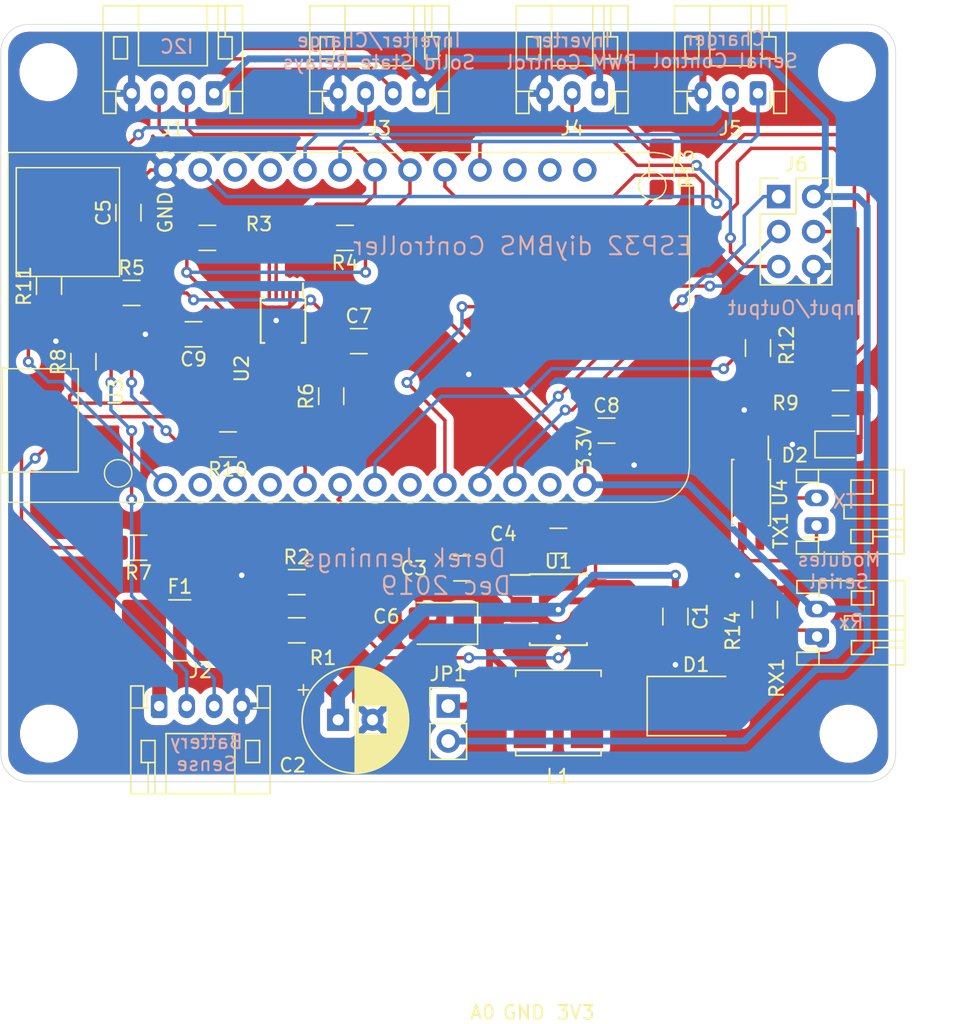
<source format=kicad_pcb>
(kicad_pcb (version 20171130) (host pcbnew 5.1.4)
  (layers (0 F.Cu signal) (31 B.Cu signal) (34 B.Paste user hide) (35 F.Paste user hide) (36 B.SilkS user) (37 F.SilkS user) (38 B.Mask user hide) (39 F.Mask user hide) (44 Edge.Cuts user))
  (net 0 "")
  (net 1 GND)
  (net 2 +3V3)
  (net 3 SDA)
  (net 4 SCL)
  (net 5 "Net-(J2-Pad2)")
  (net 6 "Net-(J3-Pad2)")
  (net 7 SHUNT+)
  (net 8 SHUNT-)
  (net 9 +BATT)
  (net 10 "Net-(F1-Pad1)")
  (net 11 "Net-(J2-Pad3)")
  (net 12 "Net-(J3-Pad3)")
  (net 13 TX1)
  (net 14 RX1)
  (net 15 VBUS)
  (net 16 CHARGER)
  (net 17 INVERTER)
  (net 18 InverterPWM)
  (net 19 "Net-(C3-Pad1)")
  (net 20 "Net-(C4-Pad1)")
  (net 21 "Net-(C4-Pad2)")
  (net 22 "Net-(C6-Pad1)")
  (net 23 "Net-(J4-Pad2)")
  (net 24 "Net-(R1-Pad1)")
  (net 25 "Net-(D2-Pad2)")
  (net 26 "Net-(R9-Pad2)")
  (net 27 "Net-(R12-Pad2)")
  (net 28 "Net-(R12-Pad1)")
  (net 29 "Net-(R14-Pad2)")
  (net 30 "Net-(TX1-Pad1)")
  (net 31 "Net-(TX1-Pad2)")
  (net 32 GPIO19)
  (net 33 GPIO23)
  (net 34 GPIO35)
  (net 35 GPIO34)
  (module Mounting_Holes:MountingHole_3.2mm_M3 (layer F.Cu) (at 134.08 128.51 270)
    (fp_text reference REF** hide)
    (fp_text value MountingHole_3.2mm_M3)
    (pad 1 np_thru_hole circle (at 0 0 270) (size 3.2 3.2) (drill 3.2) (layers *.Cu *.Mask))
  )
  (module Mounting_Holes:MountingHole_3.2mm_M3 (layer F.Cu) (at 133.96 80.5 270)
    (fp_text reference REF** hide)
    (fp_text value MountingHole_3.2mm_M3)
    (pad 1 np_thru_hole circle (at 0 0 270) (size 3.2 3.2) (drill 3.2) (layers *.Cu *.Mask))
  )
  (module Mounting_Holes:MountingHole_3.2mm_M3 (layer F.Cu) (at 75.96 80.46 270)
    (fp_text reference REF** hide)
    (fp_text value MountingHole_3.2mm_M3)
    (pad 1 np_thru_hole circle (at 0 0 270) (size 3.2 3.2) (drill 3.2) (layers *.Cu *.Mask))
  )
  (module Mounting_Holes:MountingHole_3.2mm_M3 (layer F.Cu) (at 76 128.5 270)
    (fp_text reference REF** hide)
    (fp_text value MountingHole_3.2mm_M3)
    (pad 1 np_thru_hole circle (at 0 0 270) (size 3.2 3.2) (drill 3.2) (layers *.Cu *.Mask))
  )
  (module Connector_JST:JST_PH_S4B-PH-K_1x04_P2.00mm_Horizontal (layer F.Cu) (at 84 126.5)
    (fp_text reference J2 (at 3 -2.55) (layer F.SilkS))
    (fp_text value "Battery Sense")
    (pad 1 thru_hole roundrect (at 0 0) (size 1.2 1.75) (drill 0.75) (layers *.Cu *.Mask) (roundrect_rratio 0.208333) (net 10 "Net-(F1-Pad1)"))
    (pad 2 thru_hole oval (at 2 0) (size 1.2 1.75) (drill 0.75) (layers *.Cu *.Mask) (net 5 "Net-(J2-Pad2)"))
    (pad 3 thru_hole oval (at 4 0) (size 1.2 1.75) (drill 0.75) (layers *.Cu *.Mask) (net 11 "Net-(J2-Pad3)"))
    (pad 4 thru_hole oval (at 6 0) (size 1.2 1.75) (drill 0.75) (layers *.Cu *.Mask) (net 1 GND))
  )
  (module Module:Lolin32_Lite (layer F.Cu) (at 96.5 99 270)
    (fp_text reference U3 (at 4.71 15.64 90) (layer F.SilkS))
    (fp_text value Wemos_LoLin32_Lite hide)
    (fp_text user 3.3V (at 8.78 -18.38 90) (layer F.SilkS))
    (fp_text user GND (at -8.35 12.05 90) (layer F.SilkS))
    (pad 26 thru_hole circle (at 11.43 -18.42 270) (size 1.7 1.7) (drill 1) (layers *.Cu *.Mask) (net 2 +3V3))
    (pad 25 thru_hole circle (at 11.43 -15.88 270) (size 1.7 1.7) (drill 1) (layers *.Cu *.Mask))
    (pad 24 thru_hole circle (at 11.43 -13.34 270) (size 1.7 1.7) (drill 1) (layers *.Cu *.Mask) (net 32 GPIO19))
    (pad 23 thru_hole circle (at 11.43 -10.8 270) (size 1.7 1.7) (drill 1) (layers *.Cu *.Mask) (net 33 GPIO23))
    (pad 22 thru_hole circle (at 11.43 -8.26 270) (size 1.7 1.7) (drill 1) (layers *.Cu *.Mask) (net 18 InverterPWM))
    (pad 21 thru_hole circle (at 11.43 -5.72 270) (size 1.7 1.7) (drill 1) (layers *.Cu *.Mask))
    (pad 20 thru_hole circle (at 11.43 -3.18 270) (size 1.7 1.7) (drill 1) (layers *.Cu *.Mask) (net 27 "Net-(R12-Pad2)"))
    (pad 19 thru_hole circle (at 11.43 -0.64 270) (size 1.7 1.7) (drill 1) (layers *.Cu *.Mask) (net 29 "Net-(R14-Pad2)"))
    (pad 18 thru_hole circle (at 11.43 1.9 270) (size 1.7 1.7) (drill 1) (layers *.Cu *.Mask) (net 16 CHARGER))
    (pad 17 thru_hole circle (at 11.43 4.44 270) (size 1.7 1.7) (drill 1) (layers *.Cu *.Mask))
    (pad 16 thru_hole circle (at 11.43 6.98 270) (size 1.7 1.7) (drill 1) (layers *.Cu *.Mask))
    (pad 15 thru_hole circle (at 11.43 9.52 270) (size 1.7 1.7) (drill 1) (layers *.Cu *.Mask))
    (pad 14 thru_hole circle (at 11.43 12.06 270) (size 1.7 1.7) (drill 1) (layers *.Cu *.Mask) (net 17 INVERTER))
    (pad 1 thru_hole circle (at -11.43 -18.42 270) (size 1.7 1.7) (drill 1) (layers *.Cu *.Mask))
    (pad 2 thru_hole circle (at -11.43 -15.88 270) (size 1.7 1.7) (drill 1) (layers *.Cu *.Mask))
    (pad 3 thru_hole circle (at -11.43 -13.34 270) (size 1.7 1.7) (drill 1) (layers *.Cu *.Mask))
    (pad 4 thru_hole circle (at -11.43 -10.8 270) (size 1.7 1.7) (drill 1) (layers *.Cu *.Mask) (net 35 GPIO34))
    (pad 5 thru_hole circle (at -11.43 -8.26 270) (size 1.7 1.7) (drill 1) (layers *.Cu *.Mask) (net 34 GPIO35))
    (pad 6 thru_hole circle (at -11.43 -5.72 270) (size 1.7 1.7) (drill 1) (layers *.Cu *.Mask) (net 3 SDA))
    (pad 7 thru_hole circle (at -11.43 -3.18 270) (size 1.7 1.7) (drill 1) (layers *.Cu *.Mask) (net 4 SCL))
    (pad 8 thru_hole circle (at -11.43 -0.64 270) (size 1.7 1.7) (drill 1) (layers *.Cu *.Mask) (net 13 TX1))
    (pad 9 thru_hole circle (at -11.43 1.9 270) (size 1.7 1.7) (drill 1) (layers *.Cu *.Mask) (net 14 RX1))
    (pad 10 thru_hole circle (at -11.43 4.44 270) (size 1.7 1.7) (drill 1) (layers *.Cu *.Mask))
    (pad 11 thru_hole circle (at -11.43 6.98 270) (size 1.7 1.7) (drill 1) (layers *.Cu *.Mask))
    (pad 12 thru_hole circle (at -11.43 9.52 270) (size 1.7 1.7) (drill 1) (layers *.Cu *.Mask) (net 26 "Net-(R9-Pad2)"))
    (pad 13 thru_hole circle (at -11.43 12.06 270) (size 1.7 1.7) (drill 1) (layers *.Cu *.Mask) (net 1 GND))
  )
  (module Mounting_Holes:MountingHole_3.2mm_M3 (layer F.Cu) (at 76 128.5 270)
    (fp_text reference REF** hide)
    (fp_text value MountingHole_3.2mm_M3)
    (pad 1 np_thru_hole circle (at 0 0 270) (size 3.2 3.2) (drill 3.2) (layers *.Cu *.Mask))
  )
  (module Capacitor_SMD:C_1206_3216Metric_Pad1.42x1.75mm_HandSolder (layer F.Cu) (at 81.77 90.67 90)
    (fp_text reference C5 (at 0 -1.82 90) (layer F.SilkS))
    (fp_text value 100nF)
    (pad 1 smd roundrect (at -1.4875 0 90) (size 1.425 1.75) (layers F.Cu F.Paste F.Mask) (roundrect_rratio 0.175439) (net 2 +3V3))
    (pad 2 smd roundrect (at 1.4875 0 90) (size 1.425 1.75) (layers F.Cu F.Paste F.Mask) (roundrect_rratio 0.175439) (net 1 GND))
  )
  (module Capacitor_SMD:C_1206_3216Metric_Pad1.42x1.75mm_HandSolder (layer F.Cu) (at 98.5 100)
    (fp_text reference C7 (at 0 -1.82) (layer F.SilkS))
    (fp_text value 100nF)
    (pad 2 smd roundrect (at 1.4875 0) (size 1.425 1.75) (layers F.Cu F.Paste F.Mask) (roundrect_rratio 0.175439) (net 7 SHUNT+))
    (pad 1 smd roundrect (at -1.4875 0) (size 1.425 1.75) (layers F.Cu F.Paste F.Mask) (roundrect_rratio 0.175439) (net 8 SHUNT-))
  )
  (module Capacitor_SMD:C_1206_3216Metric_Pad1.42x1.75mm_HandSolder (layer F.Cu) (at 116.5 106.5)
    (fp_text reference C8 (at 0 -1.82) (layer F.SilkS))
    (fp_text value 100nF)
    (pad 1 smd roundrect (at -1.4875 0) (size 1.425 1.75) (layers F.Cu F.Paste F.Mask) (roundrect_rratio 0.175439) (net 2 +3V3))
    (pad 2 smd roundrect (at 1.4875 0) (size 1.425 1.75) (layers F.Cu F.Paste F.Mask) (roundrect_rratio 0.175439) (net 1 GND))
  )
  (module Capacitor_SMD:C_1206_3216Metric_Pad1.42x1.75mm_HandSolder (layer F.Cu) (at 86.5 99.5 180)
    (fp_text reference C9 (at 0 -1.82) (layer F.SilkS))
    (fp_text value 100nF)
    (pad 1 smd roundrect (at -1.4875 0 180) (size 1.425 1.75) (layers F.Cu F.Paste F.Mask) (roundrect_rratio 0.175439) (net 2 +3V3))
    (pad 2 smd roundrect (at 1.4875 0 180) (size 1.425 1.75) (layers F.Cu F.Paste F.Mask) (roundrect_rratio 0.175439) (net 1 GND))
  )
  (module Capacitor_SMD:C_1206_3216Metric_Pad1.42x1.75mm_HandSolder (layer F.Cu) (at 121.5 120 270)
    (fp_text reference C1 (at 0 -1.82 90) (layer F.SilkS))
    (fp_text value 100nF)
    (pad 2 smd roundrect (at 1.4875 0 270) (size 1.425 1.75) (layers F.Cu F.Paste F.Mask) (roundrect_rratio 0.175439) (net 1 GND))
    (pad 1 smd roundrect (at -1.4875 0 270) (size 1.425 1.75) (layers F.Cu F.Paste F.Mask) (roundrect_rratio 0.175439) (net 9 +BATT))
  )
  (module Capacitor_THT:CP_Radial_D7.5mm_P2.50mm (layer F.Cu) (at 97 127.5)
    (fp_text reference C2 (at -3.3 3.3) (layer F.SilkS))
    (fp_text value 47uF)
    (pad 1 thru_hole rect (at 0 0) (size 1.6 1.6) (drill 0.8) (layers *.Cu *.Mask) (net 9 +BATT))
    (pad 2 thru_hole circle (at 2.5 0) (size 1.6 1.6) (drill 0.8) (layers *.Cu *.Mask) (net 1 GND))
  )
  (module Capacitor_SMD:C_1206_3216Metric_Pad1.42x1.75mm_HandSolder (layer F.Cu) (at 106 116.5 180)
    (fp_text reference C3 (at 3.5 0) (layer F.SilkS))
    (fp_text value 100nF)
    (pad 2 smd roundrect (at 1.4875 0 180) (size 1.425 1.75) (layers F.Cu F.Paste F.Mask) (roundrect_rratio 0.175439) (net 1 GND))
    (pad 1 smd roundrect (at -1.4875 0 180) (size 1.425 1.75) (layers F.Cu F.Paste F.Mask) (roundrect_rratio 0.175439) (net 19 "Net-(C3-Pad1)"))
  )
  (module Capacitor_SMD:C_1206_3216Metric_Pad1.42x1.75mm_HandSolder (layer F.Cu) (at 113 114.5 180)
    (fp_text reference C4 (at 4 0.5) (layer F.SilkS))
    (fp_text value 100nF)
    (pad 1 smd roundrect (at -1.4875 0 180) (size 1.425 1.75) (layers F.Cu F.Paste F.Mask) (roundrect_rratio 0.175439) (net 20 "Net-(C4-Pad1)"))
    (pad 2 smd roundrect (at 1.4875 0 180) (size 1.425 1.75) (layers F.Cu F.Paste F.Mask) (roundrect_rratio 0.175439) (net 21 "Net-(C4-Pad2)"))
  )
  (module Capacitor_Tantalum_SMD:CP_EIA-3528-12_Kemet-T_Pad1.50x2.35mm_HandSolder (layer F.Cu) (at 104.5 120.5 180)
    (fp_text reference C6 (at 4 0.5) (layer F.SilkS))
    (fp_text value "47uF Vishay TR3D476K016CO200")
    (pad 1 smd roundrect (at -1.625 0 180) (size 1.5 2.35) (layers F.Cu F.Paste F.Mask) (roundrect_rratio 0.166667) (net 22 "Net-(C6-Pad1)"))
    (pad 2 smd roundrect (at 1.625 0 180) (size 1.5 2.35) (layers F.Cu F.Paste F.Mask) (roundrect_rratio 0.166667) (net 1 GND))
  )
  (module Diode_SMD:D_SMB (layer F.Cu) (at 123 126.5)
    (fp_text reference D1 (at 0 -3) (layer F.SilkS))
    (fp_text value CD214A-B360LF)
    (pad 1 smd rect (at -2.15 0) (size 2.5 2.3) (layers F.Cu F.Paste F.Mask) (net 20 "Net-(C4-Pad1)"))
    (pad 2 smd rect (at 2.15 0) (size 2.5 2.3) (layers F.Cu F.Paste F.Mask) (net 1 GND))
  )
  (module Resistor_SMD:R_2816_7142Metric_Pad3.20x4.45mm_HandSolder (layer F.Cu) (at 85.5 121)
    (fp_text reference F1 (at 0 -3.18) (layer F.SilkS))
    (fp_text value 85mA)
    (pad 1 smd roundrect (at -2.6 0) (size 3.2 4.45) (layers F.Cu F.Paste F.Mask) (roundrect_rratio 0.078125) (net 10 "Net-(F1-Pad1)"))
    (pad 2 smd roundrect (at 2.6 0) (size 3.2 4.45) (layers F.Cu F.Paste F.Mask) (roundrect_rratio 0.078125) (net 9 +BATT))
  )
  (module Connector_JST:JST_PH_S4B-PH-K_1x04_P2.00mm_Horizontal (layer F.Cu) (at 88 82 180)
    (fp_text reference J1 (at 3 -2.55) (layer F.SilkS))
    (fp_text value I2C)
    (pad 4 thru_hole oval (at 6 0 180) (size 1.2 1.75) (drill 0.75) (layers *.Cu *.Mask) (net 1 GND))
    (pad 3 thru_hole oval (at 4 0 180) (size 1.2 1.75) (drill 0.75) (layers *.Cu *.Mask) (net 4 SCL))
    (pad 2 thru_hole oval (at 2 0 180) (size 1.2 1.75) (drill 0.75) (layers *.Cu *.Mask) (net 3 SDA))
    (pad 1 thru_hole roundrect (at 0 0 180) (size 1.2 1.75) (drill 0.75) (layers *.Cu *.Mask) (roundrect_rratio 0.208333) (net 2 +3V3))
  )
  (module Connector_JST:JST_PH_S4B-PH-K_1x04_P2.00mm_Horizontal (layer F.Cu) (at 103 82 180)
    (fp_text reference J3 (at 3 -2.55) (layer F.SilkS))
    (fp_text value "Inverter/Charger SS Relays")
    (pad 1 thru_hole roundrect (at 0 0 180) (size 1.2 1.75) (drill 0.75) (layers *.Cu *.Mask) (roundrect_rratio 0.208333) (net 2 +3V3))
    (pad 2 thru_hole oval (at 2 0 180) (size 1.2 1.75) (drill 0.75) (layers *.Cu *.Mask) (net 6 "Net-(J3-Pad2)"))
    (pad 3 thru_hole oval (at 4 0 180) (size 1.2 1.75) (drill 0.75) (layers *.Cu *.Mask) (net 12 "Net-(J3-Pad3)"))
    (pad 4 thru_hole oval (at 6 0 180) (size 1.2 1.75) (drill 0.75) (layers *.Cu *.Mask) (net 1 GND))
  )
  (module Connector_JST:JST_PH_S3B-PH-K_1x03_P2.00mm_Horizontal (layer F.Cu) (at 116 82 180)
    (fp_text reference J4 (at 2 -2.55) (layer F.SilkS))
    (fp_text value "Inverter PWM Control")
    (pad 3 thru_hole oval (at 4 0 180) (size 1.2 1.75) (drill 0.75) (layers *.Cu *.Mask) (net 1 GND))
    (pad 2 thru_hole oval (at 2 0 180) (size 1.2 1.75) (drill 0.75) (layers *.Cu *.Mask) (net 23 "Net-(J4-Pad2)"))
    (pad 1 thru_hole roundrect (at 0 0 180) (size 1.2 1.75) (drill 0.75) (layers *.Cu *.Mask) (roundrect_rratio 0.208333) (net 2 +3V3))
  )
  (module Connector_JST:JST_PH_S3B-PH-K_1x03_P2.00mm_Horizontal (layer F.Cu) (at 127.5 82 180)
    (fp_text reference J5 (at 2 -2.55) (layer F.SilkS))
    (fp_text value "BST900 Serial")
    (pad 1 thru_hole roundrect (at 0 0 180) (size 1.2 1.75) (drill 0.75) (layers *.Cu *.Mask) (roundrect_rratio 0.208333) (net 13 TX1))
    (pad 2 thru_hole oval (at 2 0 180) (size 1.2 1.75) (drill 0.75) (layers *.Cu *.Mask) (net 14 RX1))
    (pad 3 thru_hole oval (at 4 0 180) (size 1.2 1.75) (drill 0.75) (layers *.Cu *.Mask) (net 1 GND))
  )
  (module Resistor_SMD:R_1206_3216Metric_Pad1.42x1.75mm_HandSolder (layer F.Cu) (at 87.5 92.5)
    (fp_text reference R3 (at 3.75 -1) (layer F.SilkS))
    (fp_text value 1K)
    (pad 2 smd roundrect (at 1.4875 0) (size 1.425 1.75) (layers F.Cu F.Paste F.Mask) (roundrect_rratio 0.175439) (net 4 SCL))
    (pad 1 smd roundrect (at -1.4875 0) (size 1.425 1.75) (layers F.Cu F.Paste F.Mask) (roundrect_rratio 0.175439) (net 2 +3V3))
  )
  (module Resistor_SMD:R_1206_3216Metric_Pad1.42x1.75mm_HandSolder (layer F.Cu) (at 97.5 92.5 180)
    (fp_text reference R4 (at 0 -1.82) (layer F.SilkS))
    (fp_text value 1K)
    (pad 1 smd roundrect (at -1.4875 0 180) (size 1.425 1.75) (layers F.Cu F.Paste F.Mask) (roundrect_rratio 0.175439) (net 2 +3V3))
    (pad 2 smd roundrect (at 1.4875 0 180) (size 1.425 1.75) (layers F.Cu F.Paste F.Mask) (roundrect_rratio 0.175439) (net 3 SDA))
  )
  (module Resistor_SMD:R_1206_3216Metric_Pad1.42x1.75mm_HandSolder (layer F.Cu) (at 82 96.5)
    (fp_text reference R5 (at 0 -1.82) (layer F.SilkS))
    (fp_text value 10R)
    (pad 1 smd roundrect (at -1.4875 0) (size 1.425 1.75) (layers F.Cu F.Paste F.Mask) (roundrect_rratio 0.175439) (net 11 "Net-(J2-Pad3)"))
    (pad 2 smd roundrect (at 1.4875 0) (size 1.425 1.75) (layers F.Cu F.Paste F.Mask) (roundrect_rratio 0.175439) (net 8 SHUNT-))
  )
  (module Resistor_SMD:R_1206_3216Metric_Pad1.42x1.75mm_HandSolder (layer F.Cu) (at 96.5 104 90)
    (fp_text reference R6 (at 0 -1.82 90) (layer F.SilkS))
    (fp_text value 10R)
    (pad 2 smd roundrect (at 1.4875 0 90) (size 1.425 1.75) (layers F.Cu F.Paste F.Mask) (roundrect_rratio 0.175439) (net 7 SHUNT+))
    (pad 1 smd roundrect (at -1.4875 0 90) (size 1.425 1.75) (layers F.Cu F.Paste F.Mask) (roundrect_rratio 0.175439) (net 5 "Net-(J2-Pad2)"))
  )
  (module Resistor_SMD:R_1206_3216Metric_Pad1.42x1.75mm_HandSolder (layer F.Cu) (at 82.5 115 180)
    (fp_text reference R7 (at 0 -1.82) (layer F.SilkS))
    (fp_text value 100K)
    (pad 1 smd roundrect (at -1.4875 0 180) (size 1.425 1.75) (layers F.Cu F.Paste F.Mask) (roundrect_rratio 0.175439) (net 9 +BATT))
    (pad 2 smd roundrect (at 1.4875 0 180) (size 1.425 1.75) (layers F.Cu F.Paste F.Mask) (roundrect_rratio 0.175439) (net 15 VBUS))
  )
  (module Resistor_SMD:R_1206_3216Metric_Pad1.42x1.75mm_HandSolder (layer F.Cu) (at 78.5 101.5 90)
    (fp_text reference R8 (at 0 -1.82 90) (layer F.SilkS))
    (fp_text value 100K)
    (pad 2 smd roundrect (at 1.4875 0 90) (size 1.425 1.75) (layers F.Cu F.Paste F.Mask) (roundrect_rratio 0.175439) (net 1 GND))
    (pad 1 smd roundrect (at -1.4875 0 90) (size 1.425 1.75) (layers F.Cu F.Paste F.Mask) (roundrect_rratio 0.175439) (net 15 VBUS))
  )
  (module Resistor_SMD:R_1206_3216Metric_Pad1.42x1.75mm_HandSolder (layer F.Cu) (at 89 107.5 180)
    (fp_text reference R10 (at 0 -1.82) (layer F.SilkS))
    (fp_text value 0R)
    (pad 1 smd roundrect (at -1.4875 0 180) (size 1.425 1.75) (layers F.Cu F.Paste F.Mask) (roundrect_rratio 0.175439) (net 16 CHARGER))
    (pad 2 smd roundrect (at 1.4875 0 180) (size 1.425 1.75) (layers F.Cu F.Paste F.Mask) (roundrect_rratio 0.175439) (net 12 "Net-(J3-Pad3)"))
  )
  (module Resistor_SMD:R_1206_3216Metric_Pad1.42x1.75mm_HandSolder (layer F.Cu) (at 76 96 90)
    (fp_text reference R11 (at 0 -1.82 90) (layer F.SilkS))
    (fp_text value 0R)
    (pad 2 smd roundrect (at 1.4875 0 90) (size 1.425 1.75) (layers F.Cu F.Paste F.Mask) (roundrect_rratio 0.175439) (net 6 "Net-(J3-Pad2)"))
    (pad 1 smd roundrect (at -1.4875 0 90) (size 1.425 1.75) (layers F.Cu F.Paste F.Mask) (roundrect_rratio 0.175439) (net 17 INVERTER))
  )
  (module Resistor_SMD:R_1206_3216Metric_Pad1.42x1.75mm_HandSolder (layer F.Cu) (at 127.5 100.5 90)
    (fp_text reference R12 (at 0.2 2.09 90) (layer F.SilkS))
    (fp_text value 220R)
    (pad 2 smd roundrect (at 1.4875 0 90) (size 1.425 1.75) (layers F.Cu F.Paste F.Mask) (roundrect_rratio 0.175439) (net 27 "Net-(R12-Pad2)"))
    (pad 1 smd roundrect (at -1.4875 0 90) (size 1.425 1.75) (layers F.Cu F.Paste F.Mask) (roundrect_rratio 0.175439) (net 28 "Net-(R12-Pad1)"))
  )
  (module Resistor_SMD:R_1206_3216Metric_Pad1.42x1.75mm_HandSolder (layer F.Cu) (at 128 119.5 270)
    (fp_text reference R14 (at 1.55 2.325 90) (layer F.SilkS))
    (fp_text value 4K7)
    (pad 1 smd roundrect (at -1.4875 0 270) (size 1.425 1.75) (layers F.Cu F.Paste F.Mask) (roundrect_rratio 0.175439) (net 1 GND))
    (pad 2 smd roundrect (at 1.4875 0 270) (size 1.425 1.75) (layers F.Cu F.Paste F.Mask) (roundrect_rratio 0.175439) (net 29 "Net-(R14-Pad2)"))
  )
  (module Package_SO:TSSOP-10_3x3mm_P0.5mm (layer F.Cu) (at 93 98.5 270)
    (fp_text reference U2 (at 3.5 3 90) (layer F.SilkS))
    (fp_text value INA226)
    (pad 1 smd rect (at -2.15 -1 270) (size 1.1 0.25) (layers F.Cu F.Paste F.Mask) (net 1 GND))
    (pad 2 smd rect (at -2.15 -0.5 270) (size 1.1 0.25) (layers F.Cu F.Paste F.Mask) (net 1 GND))
    (pad 3 smd rect (at -2.15 0 270) (size 1.1 0.25) (layers F.Cu F.Paste F.Mask))
    (pad 4 smd rect (at -2.15 0.5 270) (size 1.1 0.25) (layers F.Cu F.Paste F.Mask) (net 3 SDA))
    (pad 5 smd rect (at -2.15 1 270) (size 1.1 0.25) (layers F.Cu F.Paste F.Mask) (net 4 SCL))
    (pad 6 smd rect (at 2.15 1 270) (size 1.1 0.25) (layers F.Cu F.Paste F.Mask) (net 2 +3V3))
    (pad 7 smd rect (at 2.15 0.5 270) (size 1.1 0.25) (layers F.Cu F.Paste F.Mask) (net 1 GND))
    (pad 8 smd rect (at 2.15 0 270) (size 1.1 0.25) (layers F.Cu F.Paste F.Mask) (net 15 VBUS))
    (pad 9 smd rect (at 2.15 -0.5 270) (size 1.1 0.25) (layers F.Cu F.Paste F.Mask) (net 8 SHUNT-))
    (pad 10 smd rect (at 2.15 -1 270) (size 1.1 0.25) (layers F.Cu F.Paste F.Mask) (net 7 SHUNT+))
  )
  (module Resistor_SMD:R_1206_3216Metric_Pad1.42x1.75mm_HandSolder (layer F.Cu) (at 94 121 180)
    (fp_text reference R1 (at -1.9 -2) (layer F.SilkS))
    (fp_text value 1M)
    (pad 2 smd roundrect (at 1.4875 0 180) (size 1.425 1.75) (layers F.Cu F.Paste F.Mask) (roundrect_rratio 0.175439) (net 9 +BATT))
    (pad 1 smd roundrect (at -1.4875 0 180) (size 1.425 1.75) (layers F.Cu F.Paste F.Mask) (roundrect_rratio 0.175439) (net 24 "Net-(R1-Pad1)"))
  )
  (module Resistor_SMD:R_1206_3216Metric_Pad1.42x1.75mm_HandSolder (layer F.Cu) (at 94 117.5)
    (fp_text reference R2 (at 0 -1.82) (layer F.SilkS))
    (fp_text value 390K)
    (pad 1 smd roundrect (at -1.4875 0) (size 1.425 1.75) (layers F.Cu F.Paste F.Mask) (roundrect_rratio 0.175439) (net 1 GND))
    (pad 2 smd roundrect (at 1.4875 0) (size 1.425 1.75) (layers F.Cu F.Paste F.Mask) (roundrect_rratio 0.175439) (net 24 "Net-(R1-Pad1)"))
  )
  (module Package_SO:SO-4_4.4x2.3mm_P1.27mm (layer F.Cu) (at 127 111 270)
    (fp_text reference U4 (at 0 -2.1 90) (layer F.SilkS))
    (fp_text value HMHA2801)
    (pad 4 smd rect (at 3.15 -0.635 270) (size 2 0.64) (layers F.Cu F.Paste F.Mask) (net 31 "Net-(TX1-Pad2)"))
    (pad 3 smd rect (at 3.15 0.635 270) (size 2 0.64) (layers F.Cu F.Paste F.Mask) (net 30 "Net-(TX1-Pad1)"))
    (pad 2 smd rect (at -3.15 0.635 270) (size 2 0.64) (layers F.Cu F.Paste F.Mask) (net 1 GND))
    (pad 1 smd rect (at -3.15 -0.635 270) (size 2 0.64) (layers F.Cu F.Paste F.Mask) (net 28 "Net-(R12-Pad1)"))
  )
  (module Connector_PinHeader_2.54mm:PinHeader_1x02_P2.54mm_Vertical (layer F.Cu) (at 105 126.5)
    (fp_text reference JP1 (at 0 -2.33) (layer F.SilkS))
    (fp_text value "Battery Power")
    (pad 1 thru_hole rect (at 0 0) (size 1.7 1.7) (drill 1) (layers *.Cu *.Mask) (net 22 "Net-(C6-Pad1)"))
    (pad 2 thru_hole oval (at 0 2.54) (size 1.7 1.7) (drill 1) (layers *.Cu *.Mask) (net 2 +3V3))
  )
  (module Inductor_SMD:L_Bourns_SRN6045TA (layer F.Cu) (at 113 127 180)
    (fp_text reference L1 (at 0 -4.6) (layer F.SilkS))
    (fp_text value 150uH)
    (pad 1 smd rect (at -2.075 0 180) (size 2.35 5.1) (layers F.Cu F.Paste F.Mask) (net 20 "Net-(C4-Pad1)"))
    (pad 2 smd rect (at 2.075 0 180) (size 2.35 5.1) (layers F.Cu F.Paste F.Mask) (net 22 "Net-(C6-Pad1)"))
  )
  (module Resistor_SMD:R_1206_3216Metric_Pad1.42x1.75mm_HandSolder (layer F.Cu) (at 133.5 104.5 180)
    (fp_text reference R9 (at 4 0) (layer F.SilkS))
    (fp_text value 470R)
    (pad 1 smd roundrect (at -1.4875 0 180) (size 1.425 1.75) (layers F.Cu F.Paste F.Mask) (roundrect_rratio 0.175439) (net 25 "Net-(D2-Pad2)"))
    (pad 2 smd roundrect (at 1.4875 0 180) (size 1.425 1.75) (layers F.Cu F.Paste F.Mask) (roundrect_rratio 0.175439) (net 26 "Net-(R9-Pad2)"))
  )
  (module Resistor_SMD:R_1206_3216Metric_Pad1.42x1.75mm_HandSolder (layer F.Cu) (at 120.5 87.5 270)
    (fp_text reference R13 (at 0 -1.82 90) (layer F.SilkS))
    (fp_text value 390R)
    (pad 2 smd roundrect (at 1.4875 0 270) (size 1.425 1.75) (layers F.Cu F.Paste F.Mask) (roundrect_rratio 0.175439) (net 18 InverterPWM))
    (pad 1 smd roundrect (at -1.4875 0 270) (size 1.425 1.75) (layers F.Cu F.Paste F.Mask) (roundrect_rratio 0.175439) (net 23 "Net-(J4-Pad2)"))
  )
  (module Connector_JST:JST_PH_S2B-PH-K_1x02_P2.00mm_Horizontal (layer F.Cu) (at 131.79 121.45 90)
    (fp_text reference RX1 (at -3.01 -2.93 90) (layer F.SilkS))
    (fp_text value Receive)
    (pad 2 thru_hole oval (at 2 0 90) (size 1.2 1.75) (drill 0.75) (layers *.Cu *.Mask) (net 2 +3V3))
    (pad 1 thru_hole roundrect (at 0 0 90) (size 1.2 1.75) (drill 0.75) (layers *.Cu *.Mask) (roundrect_rratio 0.208333) (net 29 "Net-(R14-Pad2)"))
  )
  (module Connector_JST:JST_PH_S2B-PH-K_1x02_P2.00mm_Horizontal (layer F.Cu) (at 131.75 113.39 90)
    (fp_text reference TX1 (at -0.37 -2.6 90) (layer F.SilkS))
    (fp_text value Transmit)
    (pad 1 thru_hole roundrect (at 0 0 90) (size 1.2 1.75) (drill 0.75) (layers *.Cu *.Mask) (roundrect_rratio 0.208333) (net 30 "Net-(TX1-Pad1)"))
    (pad 2 thru_hole oval (at 2 0 90) (size 1.2 1.75) (drill 0.75) (layers *.Cu *.Mask) (net 31 "Net-(TX1-Pad2)"))
  )
  (module Package_SO:SOIC-8_3.9x4.9mm_P1.27mm (layer F.Cu) (at 113 119.5)
    (fp_text reference U1 (at 0 -3.5) (layer F.SilkS))
    (fp_text value MAX5033AASA)
    (pad 1 smd rect (at -2.7 -1.905) (size 1.55 0.6) (layers F.Cu F.Paste F.Mask) (net 21 "Net-(C4-Pad2)"))
    (pad 2 smd rect (at -2.7 -0.635) (size 1.55 0.6) (layers F.Cu F.Paste F.Mask) (net 19 "Net-(C3-Pad1)"))
    (pad 3 smd rect (at -2.7 0.635) (size 1.55 0.6) (layers F.Cu F.Paste F.Mask) (net 1 GND))
    (pad 4 smd rect (at -2.7 1.905) (size 1.55 0.6) (layers F.Cu F.Paste F.Mask) (net 22 "Net-(C6-Pad1)"))
    (pad 5 smd rect (at 2.7 1.905) (size 1.55 0.6) (layers F.Cu F.Paste F.Mask) (net 24 "Net-(R1-Pad1)"))
    (pad 6 smd rect (at 2.7 0.635) (size 1.55 0.6) (layers F.Cu F.Paste F.Mask) (net 1 GND))
    (pad 7 smd rect (at 2.7 -0.635) (size 1.55 0.6) (layers F.Cu F.Paste F.Mask) (net 9 +BATT))
    (pad 8 smd rect (at 2.7 -1.905) (size 1.55 0.6) (layers F.Cu F.Paste F.Mask) (net 20 "Net-(C4-Pad1)"))
  )
  (module LED_SMD:LED_0805_2012Metric_Pad1.15x1.40mm_HandSolder (layer F.Cu) (at 133.5 107.5)
    (fp_text reference D2 (at -3.33 0.79) (layer F.SilkS))
    (fp_text value COMMS)
    (pad 1 smd roundrect (at -1.025 0) (size 1.15 1.4) (layers F.Cu F.Paste F.Mask) (roundrect_rratio 0.217391) (net 1 GND))
    (pad 2 smd roundrect (at 1.025 0) (size 1.15 1.4) (layers F.Cu F.Paste F.Mask) (roundrect_rratio 0.217391) (net 25 "Net-(D2-Pad2)"))
  )
  (module Connector_PinHeader_2.54mm:PinHeader_2x03_P2.54mm_Vertical (layer F.Cu) (at 129 89.5)
    (fp_text reference J6 (at 1.27 -2.33) (layer F.SilkS))
    (fp_text value I/O)
    (pad 1 thru_hole rect (at 0 0) (size 1.7 1.7) (drill 1) (layers *.Cu *.Mask) (net 32 GPIO19))
    (pad 2 thru_hole oval (at 2.54 0) (size 1.7 1.7) (drill 1) (layers *.Cu *.Mask) (net 2 +3V3))
    (pad 3 thru_hole oval (at 0 2.54) (size 1.7 1.7) (drill 1) (layers *.Cu *.Mask) (net 33 GPIO23))
    (pad 4 thru_hole oval (at 2.54 2.54) (size 1.7 1.7) (drill 1) (layers *.Cu *.Mask) (net 34 GPIO35))
    (pad 5 thru_hole oval (at 0 5.08) (size 1.7 1.7) (drill 1) (layers *.Cu *.Mask) (net 35 GPIO34))
    (pad 6 thru_hole oval (at 2.54 5.08) (size 1.7 1.7) (drill 1) (layers *.Cu *.Mask) (net 1 GND))
  )
  (gr_text "Battery\nSense" (at 87.43 129.9) (layer B.SilkS) (effects (font (size 1 1)) (justify mirror)))
  (gr_text Rx (at 134.26 120.36) (layer B.SilkS) (effects (font (size 1 1)) (justify mirror)))
  (gr_text TX (at 133.79 111.65) (layer B.SilkS) (effects (font (size 1 1)) (justify mirror)))
  (gr_text "Charger\nSerial Control" (at 125.13 78.84) (layer B.SilkS) (effects (font (size 1 1)) (justify mirror)))
  (gr_text "Inverter\nPWM Control" (at 113.97 78.95) (layer B.SilkS) (effects (font (size 1 1)) (justify mirror)))
  (gr_text "Inverter/Charge\nSolid State Relays" (at 99.96 78.95) (layer B.SilkS) (effects (font (size 1 1)) (justify mirror)))
  (gr_text I2C (at 85.28 78.61) (layer B.SilkS) (effects (font (size 1 1)) (justify mirror)))
  (gr_text Input/Output (at 130.18 97.59) (layer B.SilkS) (effects (font (size 1 1)) (justify mirror)))
  (gr_text "Modules\nSerial" (at 133.39 116.66) (layer B.SilkS) (effects (font (size 1 1)) (justify mirror)))
  (gr_line (start 137.5 79) (end 137.5 130) (layer Edge.Cuts) (width 0.05))
  (gr_arc (start 135.5 79) (end 137.5 79) (angle -90) (layer Edge.Cuts) (width 0.05))
  (gr_arc (start 135.5 130) (end 135.5 132) (angle -90) (layer Edge.Cuts) (width 0.05))
  (gr_text A0 (at 107.5 148.75) (layer F.SilkS) (effects (font (size 1 1))))
  (gr_text GND (at 110.5 148.75) (layer F.SilkS) (effects (font (size 1 1))))
  (gr_text 3V3 (at 114.25 148.75) (layer F.SilkS) (effects (font (size 1 1))))
  (gr_text "ESP32 diyBMS Controller" (at 110.38 93.09) (layer B.SilkS) (effects (font (size 1.3 1.3)) (justify mirror)))
  (gr_text "Derek Jennings" (at 101.78 115.75) (layer B.SilkS) (effects (font (size 1.3 1.3)) (justify mirror)))
  (gr_text "Dec 2019" (at 104.83 117.76) (layer B.SilkS) (effects (font (size 1.3 1.3)) (justify mirror)))
  (gr_line (start 135.5 77) (end 74.5 77) (layer Edge.Cuts) (width 0.05))
  (gr_line (start 74.5 132) (end 135.5 132) (layer Edge.Cuts) (width 0.05))
  (gr_line (start 72.5 130) (end 72.5 79) (layer Edge.Cuts) (width 0.05))
  (gr_arc (start 74.5 130) (end 72.5 130) (angle -90) (layer Edge.Cuts) (width 0.05))
  (gr_arc (start 74.5 79) (end 74.5 77) (angle -90) (layer Edge.Cuts) (width 0.05))
  (via (at 90 117) (size 0.8) (drill 0.4) (layers F.Cu B.Cu) (net 1))
  (segment (start 92.5125 117.5) (end 90.5 117.5) (width 0.25) (layer F.Cu) (net 1))
  (segment (start 90.5 117.5) (end 90 117) (width 0.25) (layer F.Cu) (net 1))
  (segment (start 121.4875 121.5) (end 121.5 121.4875) (width 0.5) (layer F.Cu) (net 1))
  (via (at 121.5 123.5) (size 0.8) (drill 0.4) (layers F.Cu B.Cu) (net 1))
  (segment (start 125.15 126.5) (end 124.5 126.5) (width 0.5) (layer F.Cu) (net 1))
  (segment (start 124.5 126.5) (end 121.5 123.5) (width 0.5) (layer F.Cu) (net 1))
  (via (at 113 121.5) (size 0.8) (drill 0.4) (layers F.Cu B.Cu) (net 1))
  (segment (start 121.5 123.5) (end 119.5 121.5) (width 0.5) (layer B.Cu) (net 1))
  (segment (start 119.5 121.5) (end 113 121.5) (width 0.5) (layer B.Cu) (net 1))
  (segment (start 111.635 120.135) (end 110.3 120.135) (width 0.5) (layer F.Cu) (net 1))
  (segment (start 113 121.5) (end 111.635 120.135) (width 0.5) (layer F.Cu) (net 1))
  (segment (start 114.365 120.135) (end 115.7 120.135) (width 0.5) (layer F.Cu) (net 1))
  (segment (start 113 121.5) (end 114.365 120.135) (width 0.5) (layer F.Cu) (net 1))
  (segment (start 121.5 123.5) (end 121.5 121.4875) (width 0.5) (layer F.Cu) (net 1))
  (via (at 126 117) (size 0.8) (drill 0.4) (layers F.Cu B.Cu) (net 1))
  (segment (start 128 118.0125) (end 127.0125 118.0125) (width 0.25) (layer F.Cu) (net 1))
  (segment (start 127.0125 118.0125) (end 126 117) (width 0.25) (layer F.Cu) (net 1))
  (via (at 76.5 100) (size 0.8) (drill 0.4) (layers F.Cu B.Cu) (net 1))
  (segment (start 78.5 100.0125) (end 76.5125 100.0125) (width 0.25) (layer F.Cu) (net 1))
  (segment (start 76.5125 100.0125) (end 76.5 100) (width 0.25) (layer F.Cu) (net 1))
  (via (at 92.5 98.5) (size 0.8) (drill 0.4) (layers F.Cu B.Cu) (net 1))
  (segment (start 92.5 100.65) (end 92.5 98.5) (width 0.25) (layer F.Cu) (net 1))
  (segment (start 93.5 97.5) (end 92.5 98.5) (width 0.25) (layer F.Cu) (net 1))
  (segment (start 93.5 96.35) (end 93.5 97.5) (width 0.25) (layer F.Cu) (net 1))
  (segment (start 94 97) (end 93.5 97.5) (width 0.25) (layer F.Cu) (net 1))
  (segment (start 94 96.35) (end 94 97) (width 0.25) (layer F.Cu) (net 1))
  (via (at 83 99.5) (size 0.8) (drill 0.4) (layers F.Cu B.Cu) (net 1))
  (segment (start 85.0125 99.5) (end 83 99.5) (width 0.25) (layer F.Cu) (net 1))
  (via (at 130 107.5) (size 0.8) (drill 0.4) (layers F.Cu B.Cu) (net 1))
  (segment (start 132.475 107.5) (end 130 107.5) (width 0.25) (layer F.Cu) (net 1))
  (via (at 126.5 105) (size 0.8) (drill 0.4) (layers F.Cu B.Cu) (net 1))
  (segment (start 126.365 107.85) (end 126.365 105.135) (width 0.25) (layer F.Cu) (net 1))
  (segment (start 126.365 105.135) (end 126.5 105) (width 0.25) (layer F.Cu) (net 1))
  (via (at 118.5 109) (size 0.8) (drill 0.4) (layers F.Cu B.Cu) (net 1))
  (segment (start 117.9875 106.5) (end 117.9875 108.4875) (width 0.25) (layer F.Cu) (net 1))
  (segment (start 117.9875 108.4875) (end 118.5 109) (width 0.25) (layer F.Cu) (net 1))
  (segment (start 83.3825 87.57) (end 84.44 87.57) (width 0.25) (layer F.Cu) (net 1))
  (segment (start 81.77 89.1825) (end 83.3825 87.57) (width 0.25) (layer F.Cu) (net 1))
  (via (at 106.49 102.41) (size 0.8) (drill 0.4) (layers F.Cu B.Cu) (net 1))
  (segment (start 86.0125 93.475) (end 86.0125 92.5) (width 0.25) (layer F.Cu) (net 2))
  (segment (start 86.0125 95.0375) (end 86.0125 93.475) (width 0.25) (layer F.Cu) (net 2))
  (segment (start 92 100.65) (end 91.625 100.65) (width 0.25) (layer F.Cu) (net 2))
  (segment (start 106.42 99.9325) (end 98.9875 92.5) (width 0.25) (layer F.Cu) (net 2))
  (via (at 99 95) (size 0.8) (drill 0.4) (layers F.Cu B.Cu) (net 2))
  (segment (start 98.9875 92.5) (end 98.9875 94.9875) (width 0.25) (layer F.Cu) (net 2))
  (segment (start 98.9875 94.9875) (end 99 95) (width 0.25) (layer F.Cu) (net 2))
  (via (at 86 95) (size 0.8) (drill 0.4) (layers F.Cu B.Cu) (net 2))
  (segment (start 99 95) (end 86 95) (width 0.25) (layer B.Cu) (net 2))
  (segment (start 90.475 99.5) (end 90.4875 99.5125) (width 0.25) (layer F.Cu) (net 2))
  (segment (start 87.9875 99.5) (end 90.475 99.5) (width 0.25) (layer F.Cu) (net 2))
  (segment (start 91.625 100.65) (end 90.4875 99.5125) (width 0.25) (layer F.Cu) (net 2))
  (segment (start 90.4875 99.5125) (end 86.0125 95.0375) (width 0.25) (layer F.Cu) (net 2))
  (segment (start 116 82) (end 116 80.5) (width 0.5) (layer B.Cu) (net 2))
  (segment (start 105 80) (end 103 82) (width 0.5) (layer B.Cu) (net 2))
  (segment (start 105 79.5) (end 105 80) (width 0.5) (layer B.Cu) (net 2))
  (segment (start 103 81.025) (end 101.475 79.5) (width 0.5) (layer B.Cu) (net 2))
  (segment (start 103 82) (end 103 81.025) (width 0.5) (layer B.Cu) (net 2))
  (segment (start 90.5 79.5) (end 88 82) (width 0.5) (layer B.Cu) (net 2))
  (segment (start 114.5 79.5) (end 105 79.5) (width 0.5) (layer B.Cu) (net 2))
  (segment (start 115 79.5) (end 114.5 79.5) (width 0.5) (layer B.Cu) (net 2))
  (segment (start 132.275 122) (end 132 122) (width 0.5) (layer B.Cu) (net 29))
  (segment (start 101.475 79.5) (end 91 79.5) (width 0.5) (layer B.Cu) (net 2))
  (segment (start 91 79.5) (end 90.5 79.5) (width 0.5) (layer B.Cu) (net 2))
  (segment (start 114.92 106.5925) (end 115.0125 106.5) (width 0.25) (layer F.Cu) (net 2))
  (segment (start 114.92 110.43) (end 114.92 106.5925) (width 0.25) (layer F.Cu) (net 2))
  (segment (start 115.0125 106.5) (end 113 106.5) (width 0.25) (layer F.Cu) (net 2))
  (segment (start 113 106.5) (end 106.5 100) (width 0.25) (layer F.Cu) (net 2))
  (segment (start 121.53 110.43) (end 114.92 110.43) (width 0.5) (layer B.Cu) (net 2))
  (segment (start 131.515 119.45) (end 122.495 110.43) (width 0.5) (layer B.Cu) (net 2))
  (segment (start 122.495 110.43) (end 121.53 110.43) (width 0.5) (layer B.Cu) (net 2))
  (segment (start 131.79 119.45) (end 131.515 119.45) (width 0.5) (layer B.Cu) (net 2))
  (segment (start 134.57 119.45) (end 131.79 119.45) (width 0.5) (layer B.Cu) (net 2))
  (segment (start 135.43 120.31) (end 134.57 119.45) (width 0.5) (layer B.Cu) (net 2))
  (segment (start 126.51 129.04) (end 131.71 123.84) (width 0.5) (layer B.Cu) (net 2))
  (segment (start 105 129.04) (end 126.51 129.04) (width 0.5) (layer B.Cu) (net 2))
  (segment (start 131.71 123.84) (end 133.61 123.84) (width 0.5) (layer B.Cu) (net 2))
  (segment (start 133.61 123.84) (end 135.43 122.02) (width 0.5) (layer B.Cu) (net 2))
  (segment (start 135.43 122.02) (end 135.43 120.31) (width 0.5) (layer B.Cu) (net 2))
  (segment (start 134.7 89.5) (end 131.54 89.5) (width 0.5) (layer B.Cu) (net 2))
  (segment (start 135.43 120.31) (end 135.43 90.23) (width 0.5) (layer B.Cu) (net 2))
  (segment (start 135.43 90.23) (end 134.7 89.5) (width 0.5) (layer B.Cu) (net 2))
  (segment (start 132.389999 88.650001) (end 132.389999 83.979999) (width 0.5) (layer B.Cu) (net 2))
  (segment (start 131.54 89.5) (end 132.389999 88.650001) (width 0.5) (layer B.Cu) (net 2))
  (segment (start 128.03 79.62) (end 115.12 79.62) (width 0.5) (layer B.Cu) (net 2))
  (segment (start 132.389999 83.979999) (end 128.03 79.62) (width 0.5) (layer B.Cu) (net 2))
  (segment (start 116 80.5) (end 115.12 79.62) (width 0.5) (layer B.Cu) (net 2))
  (segment (start 115.12 79.62) (end 115 79.5) (width 0.5) (layer B.Cu) (net 2))
  (segment (start 82.1125 92.5) (end 81.77 92.1575) (width 0.25) (layer F.Cu) (net 2))
  (segment (start 86.0125 92.5) (end 82.1125 92.5) (width 0.25) (layer F.Cu) (net 2))
  (segment (start 96.0125 92.5) (end 95.2 92.5) (width 0.25) (layer F.Cu) (net 3))
  (segment (start 92.5 96.35) (end 92.5 94) (width 0.25) (layer F.Cu) (net 3))
  (segment (start 92.5 94) (end 94 92.5) (width 0.25) (layer F.Cu) (net 3))
  (segment (start 94 92.5) (end 96.0125 92.5) (width 0.25) (layer F.Cu) (net 3))
  (segment (start 101 90.5) (end 102.22 89.28) (width 0.25) (layer F.Cu) (net 3))
  (segment (start 97.0375 90.5) (end 101 90.5) (width 0.25) (layer F.Cu) (net 3))
  (segment (start 102.22 89.28) (end 102.22 87.57) (width 0.25) (layer F.Cu) (net 3))
  (segment (start 96.0125 92.5) (end 96.0125 91.525) (width 0.25) (layer F.Cu) (net 3))
  (segment (start 96.0125 91.525) (end 97.0375 90.5) (width 0.25) (layer F.Cu) (net 3))
  (segment (start 86.5 85) (end 99.65 85) (width 0.25) (layer F.Cu) (net 3))
  (segment (start 99.65 85) (end 102.22 87.57) (width 0.25) (layer F.Cu) (net 3))
  (segment (start 86 82) (end 86 84.5) (width 0.25) (layer F.Cu) (net 3))
  (segment (start 86 84.5) (end 86.5 85) (width 0.25) (layer F.Cu) (net 3))
  (segment (start 92 96.35) (end 92 93.5) (width 0.25) (layer F.Cu) (net 4))
  (segment (start 92 93.5) (end 91.18 92.68) (width 0.25) (layer F.Cu) (net 4))
  (segment (start 89.98 92.68) (end 91.18 92.68) (width 0.25) (layer F.Cu) (net 4))
  (segment (start 89.8 92.5) (end 89.98 92.68) (width 0.25) (layer F.Cu) (net 4))
  (segment (start 88.9875 92.5) (end 89.8 92.5) (width 0.25) (layer F.Cu) (net 4))
  (segment (start 99.68 87.57) (end 99.68 89.32) (width 0.25) (layer F.Cu) (net 4))
  (segment (start 95.45001 90.04999) (end 92 93.5) (width 0.25) (layer F.Cu) (net 4))
  (segment (start 98.95001 90.04999) (end 95.45001 90.04999) (width 0.25) (layer F.Cu) (net 4))
  (segment (start 99.68 89.32) (end 98.95001 90.04999) (width 0.25) (layer F.Cu) (net 4))
  (segment (start 98.11 86) (end 99.68 87.57) (width 0.25) (layer F.Cu) (net 4))
  (segment (start 85.5 86) (end 98.11 86) (width 0.25) (layer F.Cu) (net 4))
  (segment (start 84 82) (end 84 84.5) (width 0.25) (layer F.Cu) (net 4))
  (segment (start 84 84.5) (end 85.5 86) (width 0.25) (layer F.Cu) (net 4))
  (via (at 75 108.5) (size 0.8) (drill 0.4) (layers F.Cu B.Cu) (net 5))
  (segment (start 78.0125 105.4875) (end 75 108.5) (width 0.25) (layer F.Cu) (net 5))
  (segment (start 75 108.5) (end 74 109.5) (width 0.25) (layer B.Cu) (net 5))
  (segment (start 74 109.5) (end 74 112) (width 0.25) (layer B.Cu) (net 5))
  (segment (start 74 112) (end 86 124) (width 0.25) (layer B.Cu) (net 5))
  (segment (start 86 124) (end 86 126.5) (width 0.25) (layer B.Cu) (net 5))
  (segment (start 78.0125 105.4875) (end 96.5 105.4875) (width 0.25) (layer F.Cu) (net 5))
  (segment (start 101 81.725) (end 101 82) (width 0.25) (layer F.Cu) (net 6))
  (segment (start 76 94.5125) (end 79.28999 91.22251) (width 0.25) (layer F.Cu) (net 6))
  (segment (start 98.775 79.5) (end 101 81.725) (width 0.25) (layer F.Cu) (net 6))
  (segment (start 81 79.5) (end 98.775 79.5) (width 0.25) (layer F.Cu) (net 6))
  (segment (start 79.28999 91.22251) (end 79.28999 84.20001) (width 0.25) (layer F.Cu) (net 6))
  (segment (start 79.28999 84.20001) (end 80.14 83.35) (width 0.25) (layer F.Cu) (net 6))
  (segment (start 80.14 80.36) (end 81 79.5) (width 0.25) (layer F.Cu) (net 6))
  (segment (start 80.14 83.35) (end 80.14 80.36) (width 0.25) (layer F.Cu) (net 6))
  (segment (start 95.0125 102.5125) (end 96.5 102.5125) (width 0.25) (layer F.Cu) (net 7))
  (segment (start 94 100.65) (end 94 101.5) (width 0.25) (layer F.Cu) (net 7))
  (segment (start 94 101.5) (end 95.0125 102.5125) (width 0.25) (layer F.Cu) (net 7))
  (segment (start 97.475 102.5125) (end 99.9875 100) (width 0.25) (layer F.Cu) (net 7))
  (segment (start 96.5 102.5125) (end 97.475 102.5125) (width 0.25) (layer F.Cu) (net 7))
  (segment (start 93.5 100.65) (end 93.5 98.5) (width 0.25) (layer F.Cu) (net 8))
  (segment (start 93.5 98.5) (end 95 97) (width 0.25) (layer F.Cu) (net 8))
  (via (at 86.5 97) (size 0.8) (drill 0.4) (layers F.Cu B.Cu) (net 8))
  (segment (start 83.4875 96.5) (end 86 96.5) (width 0.25) (layer F.Cu) (net 8))
  (segment (start 86 96.5) (end 86.5 97) (width 0.25) (layer F.Cu) (net 8))
  (via (at 95 97) (size 0.8) (drill 0.4) (layers F.Cu B.Cu) (net 8))
  (segment (start 86.5 97) (end 95 97) (width 0.25) (layer B.Cu) (net 8))
  (segment (start 97.0125 99.0125) (end 95 97) (width 0.25) (layer F.Cu) (net 8))
  (segment (start 97.0125 100) (end 97.0125 99.0125) (width 0.25) (layer F.Cu) (net 8))
  (segment (start 97 125.7) (end 94.3 123) (width 1) (layer F.Cu) (net 9))
  (segment (start 97 127.5) (end 97 125.7) (width 1) (layer F.Cu) (net 9))
  (segment (start 90.1 123) (end 88.1 121) (width 1) (layer F.Cu) (net 9))
  (segment (start 94.3 123) (end 90.1 123) (width 1) (layer F.Cu) (net 9))
  (segment (start 92.5125 121) (end 88.1 121) (width 0.25) (layer F.Cu) (net 9))
  (segment (start 105.279998 119.5) (end 113 119.5) (width 1) (layer B.Cu) (net 9))
  (segment (start 103.2 119.5) (end 105.279998 119.5) (width 1) (layer B.Cu) (net 9))
  (segment (start 97 127.5) (end 97 125.7) (width 1) (layer B.Cu) (net 9))
  (segment (start 97 125.7) (end 103.2 119.5) (width 1) (layer B.Cu) (net 9))
  (via (at 121.5 117) (size 0.8) (drill 0.4) (layers F.Cu B.Cu) (net 9))
  (segment (start 121.5 117) (end 121.5 118.5125) (width 0.5) (layer F.Cu) (net 9))
  (segment (start 113.635 118.865) (end 115.7 118.865) (width 0.5) (layer F.Cu) (net 9))
  (segment (start 115.5 117) (end 121.5 117) (width 0.5) (layer B.Cu) (net 9))
  (segment (start 113 119.5) (end 115.5 117) (width 0.5) (layer B.Cu) (net 9))
  (segment (start 113 119.5) (end 113.635 118.865) (width 0.5) (layer F.Cu) (net 9))
  (via (at 113 119.5) (size 0.8) (drill 0.4) (layers F.Cu B.Cu) (net 9))
  (segment (start 88.1 118.3) (end 88.1 118.675) (width 0.25) (layer F.Cu) (net 9))
  (segment (start 88.1 118.675) (end 88.1 121) (width 0.25) (layer F.Cu) (net 9))
  (segment (start 84.8 115) (end 88.1 118.3) (width 0.25) (layer F.Cu) (net 9))
  (segment (start 83.9875 115) (end 84.8 115) (width 0.25) (layer F.Cu) (net 9))
  (segment (start 84 122.1) (end 82.9 121) (width 1) (layer F.Cu) (net 10))
  (segment (start 84 126.5) (end 84 122.1) (width 1) (layer F.Cu) (net 10))
  (segment (start 88 126.225) (end 88 126.5) (width 0.25) (layer B.Cu) (net 11))
  (via (at 80.5 103) (size 0.8) (drill 0.4) (layers F.Cu B.Cu) (net 11))
  (segment (start 80.5125 96.5) (end 80.5125 102.9875) (width 0.25) (layer F.Cu) (net 11))
  (segment (start 80.5125 102.9875) (end 80.5 103) (width 0.25) (layer F.Cu) (net 11))
  (segment (start 80.5 103) (end 80.5 105) (width 0.25) (layer B.Cu) (net 11))
  (segment (start 80.5 105) (end 82 106.5) (width 0.25) (layer B.Cu) (net 11))
  (via (at 82 106.5) (size 0.8) (drill 0.4) (layers F.Cu B.Cu) (net 11))
  (via (at 82 111.5) (size 0.8) (drill 0.4) (layers F.Cu B.Cu) (net 11))
  (segment (start 82 106.5) (end 82 111.5) (width 0.25) (layer F.Cu) (net 11))
  (segment (start 82 111.5) (end 82 118.5) (width 0.25) (layer B.Cu) (net 11))
  (segment (start 88 124.5) (end 88 126.5) (width 0.25) (layer B.Cu) (net 11))
  (segment (start 82 118.5) (end 88 124.5) (width 0.25) (layer B.Cu) (net 11))
  (via (at 84.5 106.5) (size 0.8) (drill 0.4) (layers F.Cu B.Cu) (net 12))
  (segment (start 87.5125 107.5) (end 85.5 107.5) (width 0.25) (layer F.Cu) (net 12))
  (segment (start 85.5 107.5) (end 84.5 106.5) (width 0.25) (layer F.Cu) (net 12))
  (via (at 82 103) (size 0.8) (drill 0.4) (layers F.Cu B.Cu) (net 12))
  (segment (start 84.5 106.5) (end 82 104) (width 0.25) (layer B.Cu) (net 12))
  (segment (start 82 104) (end 82 103) (width 0.25) (layer B.Cu) (net 12))
  (via (at 82.5 85) (size 0.8) (drill 0.4) (layers F.Cu B.Cu) (net 12))
  (segment (start 99 84) (end 99 82) (width 0.25) (layer B.Cu) (net 12))
  (segment (start 98.5 84.5) (end 99 84) (width 0.25) (layer B.Cu) (net 12))
  (segment (start 82.5 85) (end 83 84.5) (width 0.25) (layer B.Cu) (net 12))
  (segment (start 83 84.5) (end 98.5 84.5) (width 0.25) (layer B.Cu) (net 12))
  (segment (start 82 103) (end 82 94.67) (width 0.25) (layer F.Cu) (net 12))
  (segment (start 82 94.67) (end 79.74 92.41) (width 0.25) (layer F.Cu) (net 12))
  (segment (start 79.74 92.41) (end 79.74 87.5) (width 0.25) (layer F.Cu) (net 12))
  (segment (start 79.74 87.5) (end 81.6 85.64) (width 0.25) (layer F.Cu) (net 12))
  (segment (start 81.86 85.64) (end 82.5 85) (width 0.25) (layer F.Cu) (net 12))
  (segment (start 81.6 85.64) (end 81.86 85.64) (width 0.25) (layer F.Cu) (net 12))
  (segment (start 97.14 87.57) (end 97.14 85.86) (width 0.25) (layer B.Cu) (net 13))
  (segment (start 97.14 85.86) (end 97.5 85.5) (width 0.25) (layer B.Cu) (net 13))
  (segment (start 127 85.5) (end 127.5 85) (width 0.25) (layer B.Cu) (net 13))
  (segment (start 97.5 85.5) (end 127 85.5) (width 0.25) (layer B.Cu) (net 13))
  (segment (start 127.5 85) (end 127.5 82) (width 0.25) (layer B.Cu) (net 13))
  (segment (start 124.5 85) (end 125.5 84) (width 0.25) (layer B.Cu) (net 14))
  (segment (start 95.5 85) (end 124.5 85) (width 0.25) (layer B.Cu) (net 14))
  (segment (start 94.6 87.57) (end 94.6 85.9) (width 0.25) (layer B.Cu) (net 14))
  (segment (start 125.5 84) (end 125.5 82) (width 0.25) (layer B.Cu) (net 14))
  (segment (start 94.6 85.9) (end 95.5 85) (width 0.25) (layer B.Cu) (net 14))
  (segment (start 81.0125 115) (end 76 115) (width 0.25) (layer F.Cu) (net 15))
  (segment (start 76 115) (end 74 113) (width 0.25) (layer F.Cu) (net 15))
  (segment (start 74 113) (end 74 108) (width 0.25) (layer F.Cu) (net 15))
  (segment (start 74 108) (end 77.5 104.5) (width 0.25) (layer F.Cu) (net 15))
  (segment (start 77.5 104.5) (end 92 104.5) (width 0.25) (layer F.Cu) (net 15))
  (segment (start 92 104.5) (end 93 103.5) (width 0.25) (layer F.Cu) (net 15))
  (segment (start 93 103.5) (end 93 100.65) (width 0.25) (layer F.Cu) (net 15))
  (segment (start 77.5 103.9875) (end 78.5 102.9875) (width 0.25) (layer F.Cu) (net 15))
  (segment (start 77.5 104.5) (end 77.5 103.9875) (width 0.25) (layer F.Cu) (net 15))
  (segment (start 90.4875 107.5) (end 93 107.5) (width 0.25) (layer F.Cu) (net 16))
  (segment (start 94.6 109.1) (end 94.6 110.43) (width 0.25) (layer F.Cu) (net 16))
  (segment (start 93 107.5) (end 94.6 109.1) (width 0.25) (layer F.Cu) (net 16))
  (via (at 74.5 101.5) (size 0.8) (drill 0.4) (layers F.Cu B.Cu) (net 17))
  (segment (start 75.94 102.94) (end 74.5 101.5) (width 0.25) (layer B.Cu) (net 17))
  (segment (start 74.5 98.9875) (end 76 97.4875) (width 0.25) (layer F.Cu) (net 17))
  (segment (start 74.5 101.5) (end 74.5 98.9875) (width 0.25) (layer F.Cu) (net 17))
  (segment (start 76.95 102.94) (end 84.44 110.43) (width 0.25) (layer B.Cu) (net 17))
  (segment (start 75.94 102.94) (end 76.95 102.94) (width 0.25) (layer B.Cu) (net 17))
  (via (at 106 97.5) (size 0.8) (drill 0.4) (layers F.Cu B.Cu) (net 18))
  (segment (start 106 97.5) (end 106 99) (width 0.25) (layer B.Cu) (net 18))
  (via (at 102 103) (size 0.8) (drill 0.4) (layers F.Cu B.Cu) (net 18))
  (segment (start 106 99) (end 102 103) (width 0.25) (layer B.Cu) (net 18))
  (segment (start 111.9875 97.5) (end 120.5 88.9875) (width 0.25) (layer F.Cu) (net 18))
  (segment (start 106 97.5) (end 111.9875 97.5) (width 0.25) (layer F.Cu) (net 18))
  (segment (start 104.76 105.76) (end 104.76 110.43) (width 0.25) (layer F.Cu) (net 18))
  (segment (start 102 103) (end 104.76 105.76) (width 0.25) (layer F.Cu) (net 18))
  (segment (start 107.4875 116.5275) (end 107.4875 116.5) (width 0.25) (layer F.Cu) (net 19))
  (segment (start 109.825 118.865) (end 107.4875 116.5275) (width 0.25) (layer F.Cu) (net 19))
  (segment (start 110.3 118.865) (end 109.825 118.865) (width 0.25) (layer F.Cu) (net 19))
  (segment (start 115.7 115.7125) (end 114.4875 114.5) (width 0.25) (layer F.Cu) (net 20))
  (segment (start 115.7 117.595) (end 115.7 115.7125) (width 0.25) (layer F.Cu) (net 20))
  (segment (start 115.575 126.5) (end 115.075 127) (width 0.5) (layer F.Cu) (net 20))
  (segment (start 116.75 127) (end 119.5 124.25) (width 0.5) (layer F.Cu) (net 20))
  (segment (start 115.075 127) (end 116.75 127) (width 0.5) (layer F.Cu) (net 20))
  (segment (start 119.5 124.25) (end 119.5 119) (width 0.5) (layer F.Cu) (net 20))
  (segment (start 118.095 117.595) (end 115.7 117.595) (width 0.5) (layer F.Cu) (net 20))
  (segment (start 119.5 119) (end 118.095 117.595) (width 0.5) (layer F.Cu) (net 20))
  (segment (start 120.85 124.85) (end 120.25 124.25) (width 0.5) (layer F.Cu) (net 20))
  (segment (start 120.25 124.25) (end 119.5 124.25) (width 0.5) (layer F.Cu) (net 20))
  (segment (start 120.85 126.5) (end 120.85 124.85) (width 0.5) (layer F.Cu) (net 20))
  (segment (start 110.3 115.7125) (end 111.5125 114.5) (width 0.25) (layer F.Cu) (net 21))
  (segment (start 110.3 117.595) (end 110.3 115.7125) (width 0.25) (layer F.Cu) (net 21))
  (segment (start 106.125 120.5) (end 106.625 120.5) (width 0.5) (layer F.Cu) (net 22))
  (segment (start 110.925 125.625) (end 108 122.7) (width 0.5) (layer F.Cu) (net 22))
  (segment (start 110.925 127) (end 110.925 125.625) (width 0.5) (layer F.Cu) (net 22))
  (segment (start 108 122.7) (end 108 122.375) (width 0.5) (layer F.Cu) (net 22))
  (segment (start 108 122.375) (end 106.125 120.5) (width 0.5) (layer F.Cu) (net 22))
  (segment (start 108.97 121.405) (end 110.3 121.405) (width 0.5) (layer F.Cu) (net 22))
  (segment (start 108 122.375) (end 108.97 121.405) (width 0.5) (layer F.Cu) (net 22))
  (segment (start 108 124.85) (end 108 122.7) (width 0.5) (layer F.Cu) (net 22))
  (segment (start 106.35 126.5) (end 108 124.85) (width 0.5) (layer F.Cu) (net 22))
  (segment (start 105 126.5) (end 106.35 126.5) (width 0.5) (layer F.Cu) (net 22))
  (segment (start 119.525 86.0125) (end 118.0125 84.5) (width 0.25) (layer F.Cu) (net 23))
  (segment (start 120.5 86.0125) (end 119.525 86.0125) (width 0.25) (layer F.Cu) (net 23))
  (segment (start 118.0125 84.5) (end 114.5 84.5) (width 0.25) (layer F.Cu) (net 23))
  (segment (start 114 84) (end 114 82) (width 0.25) (layer F.Cu) (net 23))
  (segment (start 114.5 84.5) (end 114 84) (width 0.25) (layer F.Cu) (net 23))
  (segment (start 95.4875 121) (end 95.4875 117.5) (width 0.25) (layer F.Cu) (net 24))
  (segment (start 95.4875 121) (end 98.5 121) (width 0.25) (layer F.Cu) (net 24))
  (segment (start 98.5 121) (end 100.5 123) (width 0.25) (layer F.Cu) (net 24))
  (segment (start 114.675 121.405) (end 115.7 121.405) (width 0.25) (layer F.Cu) (net 24))
  (segment (start 113.08 123) (end 114.675 121.405) (width 0.25) (layer F.Cu) (net 24))
  (via (at 106.5 123) (size 0.8) (drill 0.4) (layers F.Cu B.Cu) (net 24))
  (segment (start 100.5 123) (end 106.5 123) (width 0.25) (layer F.Cu) (net 24))
  (via (at 113 123) (size 0.8) (drill 0.4) (layers F.Cu B.Cu) (net 24))
  (segment (start 106.5 123) (end 113 123) (width 0.25) (layer B.Cu) (net 24))
  (segment (start 134.9875 107.0375) (end 134.525 107.5) (width 0.25) (layer F.Cu) (net 25))
  (segment (start 134.9875 104.5) (end 134.9875 107.0375) (width 0.25) (layer F.Cu) (net 25))
  (via (at 124.5 90) (size 0.8) (drill 0.4) (layers F.Cu B.Cu) (net 26))
  (segment (start 86.98 87.57) (end 88.91 89.5) (width 0.25) (layer B.Cu) (net 26))
  (segment (start 124 89.5) (end 124.5 90) (width 0.25) (layer B.Cu) (net 26))
  (segment (start 88.91 89.5) (end 124 89.5) (width 0.25) (layer B.Cu) (net 26))
  (segment (start 132.0125 103.525) (end 135.5 100.0375) (width 0.25) (layer F.Cu) (net 26))
  (segment (start 132.0125 104.5) (end 132.0125 103.525) (width 0.25) (layer F.Cu) (net 26))
  (segment (start 135.5 100.0375) (end 135.5 87) (width 0.25) (layer F.Cu) (net 26))
  (segment (start 135.5 87) (end 133.5 85) (width 0.25) (layer F.Cu) (net 26))
  (segment (start 133.5 85) (end 126.5 85) (width 0.25) (layer F.Cu) (net 26))
  (segment (start 124.5 87) (end 124.5 90) (width 0.25) (layer F.Cu) (net 26))
  (segment (start 126.5 85) (end 124.5 87) (width 0.25) (layer F.Cu) (net 26))
  (via (at 125 102) (size 0.8) (drill 0.4) (layers F.Cu B.Cu) (net 27))
  (segment (start 127.5 99.5) (end 127.5 99.0125) (width 0.25) (layer F.Cu) (net 27))
  (segment (start 125 102) (end 127.5 99.5) (width 0.25) (layer F.Cu) (net 27))
  (segment (start 99.68 108.82) (end 99.68 110.43) (width 0.25) (layer B.Cu) (net 27))
  (segment (start 104.5 104) (end 99.68 108.82) (width 0.25) (layer B.Cu) (net 27))
  (segment (start 110.5 104) (end 104.5 104) (width 0.25) (layer B.Cu) (net 27))
  (segment (start 125 102) (end 112.5 102) (width 0.25) (layer B.Cu) (net 27))
  (segment (start 112.5 102) (end 110.5 104) (width 0.25) (layer B.Cu) (net 27))
  (segment (start 127.635 102.1225) (end 127.5 101.9875) (width 0.25) (layer F.Cu) (net 28))
  (segment (start 127.635 107.85) (end 127.635 102.1225) (width 0.25) (layer F.Cu) (net 28))
  (segment (start 97.14 111.36) (end 97.14 110.43) (width 0.25) (layer F.Cu) (net 29))
  (segment (start 127.025 120.9875) (end 118.5375 112.5) (width 0.25) (layer F.Cu) (net 29))
  (segment (start 128 120.9875) (end 127.025 120.9875) (width 0.25) (layer F.Cu) (net 29))
  (segment (start 98 112.5) (end 97 111.5) (width 0.25) (layer F.Cu) (net 29))
  (segment (start 118.5375 112.5) (end 98 112.5) (width 0.25) (layer F.Cu) (net 29))
  (segment (start 97 111.5) (end 97.14 111.36) (width 0.25) (layer F.Cu) (net 29))
  (segment (start 131.3275 120.9875) (end 131.79 121.45) (width 0.25) (layer F.Cu) (net 29))
  (segment (start 128 120.9875) (end 131.3275 120.9875) (width 0.25) (layer F.Cu) (net 29))
  (segment (start 126.365 115.4) (end 126.91 115.945) (width 0.25) (layer F.Cu) (net 30))
  (segment (start 126.365 114.15) (end 126.365 115.4) (width 0.25) (layer F.Cu) (net 30))
  (segment (start 126.91 115.945) (end 130.425 115.945) (width 0.25) (layer F.Cu) (net 30))
  (segment (start 131.75 114.62) (end 131.75 113.39) (width 0.25) (layer F.Cu) (net 30))
  (segment (start 130.425 115.945) (end 131.75 114.62) (width 0.25) (layer F.Cu) (net 30))
  (segment (start 129.145 111.39) (end 131.75 111.39) (width 0.25) (layer F.Cu) (net 31))
  (segment (start 127.635 114.15) (end 127.635 112.9) (width 0.25) (layer F.Cu) (net 31))
  (segment (start 127.635 112.9) (end 129.145 111.39) (width 0.25) (layer F.Cu) (net 31))
  (segment (start 127.9 89.5) (end 126.5 90.9) (width 0.25) (layer B.Cu) (net 32))
  (segment (start 129 89.5) (end 127.9 89.5) (width 0.25) (layer B.Cu) (net 32))
  (segment (start 126.5 90.9) (end 126.5 93) (width 0.25) (layer B.Cu) (net 32))
  (segment (start 122 96.926998) (end 122 97) (width 0.25) (layer B.Cu) (net 32))
  (via (at 122 97) (size 0.8) (drill 0.4) (layers F.Cu B.Cu) (net 32))
  (segment (start 123.651999 95.274999) (end 122 96.926998) (width 0.25) (layer B.Cu) (net 32))
  (segment (start 126.5 93) (end 124.225001 95.274999) (width 0.25) (layer B.Cu) (net 32))
  (segment (start 124.225001 95.274999) (end 123.651999 95.274999) (width 0.25) (layer B.Cu) (net 32))
  (via (at 113.5 105) (size 0.8) (drill 0.4) (layers F.Cu B.Cu) (net 32))
  (segment (start 122 97) (end 114 105) (width 0.25) (layer F.Cu) (net 32))
  (segment (start 114 105) (end 113.5 105) (width 0.25) (layer F.Cu) (net 32))
  (segment (start 109.84 108.66) (end 109.84 110.43) (width 0.25) (layer B.Cu) (net 32))
  (segment (start 113.5 105) (end 109.84 108.66) (width 0.25) (layer B.Cu) (net 32))
  (via (at 124 96) (size 0.8) (drill 0.4) (layers F.Cu B.Cu) (net 33))
  (segment (start 129 92.04) (end 125.04 96) (width 0.25) (layer B.Cu) (net 33))
  (segment (start 125.04 96) (end 124 96) (width 0.25) (layer B.Cu) (net 33))
  (via (at 113 104) (size 0.8) (drill 0.4) (layers F.Cu B.Cu) (net 33))
  (segment (start 124 96) (end 121 96) (width 0.25) (layer F.Cu) (net 33))
  (segment (start 121 96) (end 113 104) (width 0.25) (layer F.Cu) (net 33))
  (segment (start 107.3 109.7) (end 107.3 110.43) (width 0.25) (layer B.Cu) (net 33))
  (segment (start 113 104) (end 107.3 109.7) (width 0.25) (layer B.Cu) (net 33))
  (segment (start 133.46 92.04) (end 131.54 92.04) (width 0.25) (layer F.Cu) (net 34))
  (segment (start 133 86) (end 134.5 87.5) (width 0.25) (layer F.Cu) (net 34))
  (segment (start 127 86) (end 133 86) (width 0.25) (layer F.Cu) (net 34))
  (segment (start 126 87) (end 127 86) (width 0.25) (layer F.Cu) (net 34))
  (segment (start 118.55001 87.94999) (end 122.94999 87.94999) (width 0.25) (layer F.Cu) (net 34))
  (segment (start 124.5 91.5) (end 126 90) (width 0.25) (layer F.Cu) (net 34))
  (segment (start 104.76 87.57) (end 104.76 88.772081) (width 0.25) (layer F.Cu) (net 34))
  (segment (start 105.5 89.512081) (end 116.987919 89.512081) (width 0.25) (layer F.Cu) (net 34))
  (segment (start 134.5 87.5) (end 134.5 91) (width 0.25) (layer F.Cu) (net 34))
  (segment (start 123.5 91) (end 124 91.5) (width 0.25) (layer F.Cu) (net 34))
  (segment (start 104.76 88.772081) (end 105.5 89.512081) (width 0.25) (layer F.Cu) (net 34))
  (segment (start 134.5 91) (end 133.46 92.04) (width 0.25) (layer F.Cu) (net 34))
  (segment (start 122.94999 87.94999) (end 123.5 88.5) (width 0.25) (layer F.Cu) (net 34))
  (segment (start 116.987919 89.512081) (end 118.55001 87.94999) (width 0.25) (layer F.Cu) (net 34))
  (segment (start 124 91.5) (end 124.5 91.5) (width 0.25) (layer F.Cu) (net 34))
  (segment (start 123.5 88.5) (end 123.5 91) (width 0.25) (layer F.Cu) (net 34))
  (segment (start 126 90) (end 126 87) (width 0.25) (layer F.Cu) (net 34))
  (segment (start 107.3 87.57) (end 107.3 85.7) (width 0.25) (layer F.Cu) (net 35))
  (segment (start 107.3 85.7) (end 107.5 85.5) (width 0.25) (layer F.Cu) (net 35))
  (segment (start 107.5 85.5) (end 117 85.5) (width 0.25) (layer F.Cu) (net 35))
  (via (at 123.03007 87.229426) (size 0.8) (drill 0.4) (layers F.Cu B.Cu) (net 35))
  (segment (start 117 85.5) (end 118.729426 87.229426) (width 0.25) (layer F.Cu) (net 35))
  (segment (start 118.729426 87.229426) (end 123.03007 87.229426) (width 0.25) (layer F.Cu) (net 35))
  (via (at 125.5 92.5) (size 0.8) (drill 0.4) (layers F.Cu B.Cu) (net 35))
  (segment (start 123.03007 87.229426) (end 125.5 89.699356) (width 0.25) (layer B.Cu) (net 35))
  (segment (start 125.5 89.699356) (end 125.5 92.5) (width 0.25) (layer B.Cu) (net 35))
  (segment (start 125.5 92.5) (end 125.5 93.5) (width 0.25) (layer F.Cu) (net 35))
  (segment (start 126.58 94.58) (end 129 94.58) (width 0.25) (layer F.Cu) (net 35))
  (segment (start 125.5 93.5) (end 126.58 94.58) (width 0.25) (layer F.Cu) (net 35))
  (zone (net 1) (net_name GND) (layer F.Cu) (connect_pads (clearance 0.508)) (min_thickness 0.254) (fill yes (arc_segments 32) (thermal_gap 0.508) (thermal_bridge_width 0.508))
    (polygon (pts (xy 72.5 132) (xy 72.5 77) (xy 137.5 77) (xy 137.5 132)))
  )
  (zone (net 1) (net_name GND) (layer B.Cu) (connect_pads (clearance 0.508)) (min_thickness 0.254) (fill yes (arc_segments 32) (thermal_gap 0.508) (thermal_bridge_width 0.508))
    (polygon (pts (xy 72.5 132) (xy 72.5 77) (xy 137.5 77) (xy 137.5 132)))
  )
)
</source>
